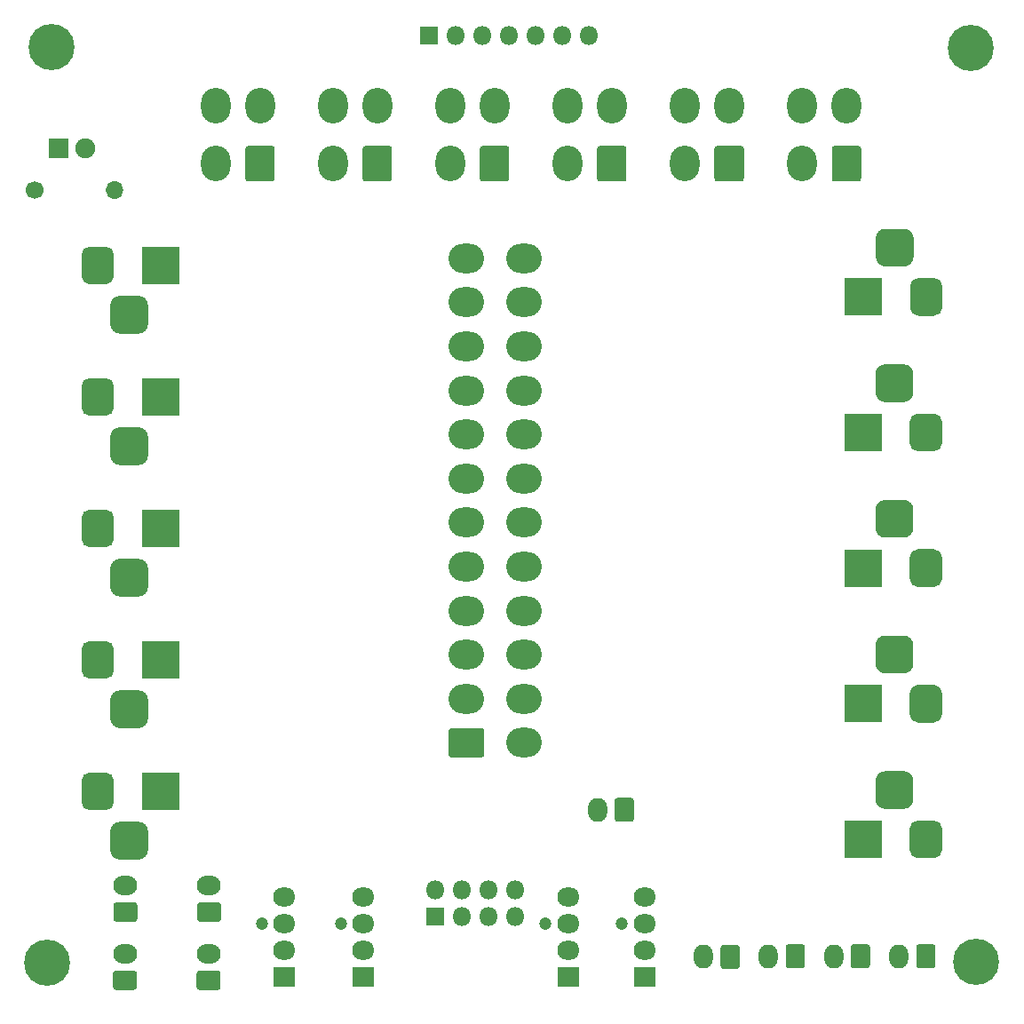
<source format=gbr>
%TF.GenerationSoftware,KiCad,Pcbnew,(5.1.6)-1*%
%TF.CreationDate,2020-12-20T18:31:50+11:00*%
%TF.ProjectId,Power Distro PCB V1,506f7765-7220-4446-9973-74726f205043,rev?*%
%TF.SameCoordinates,Original*%
%TF.FileFunction,Soldermask,Bot*%
%TF.FilePolarity,Negative*%
%FSLAX46Y46*%
G04 Gerber Fmt 4.6, Leading zero omitted, Abs format (unit mm)*
G04 Created by KiCad (PCBNEW (5.1.6)-1) date 2020-12-20 18:31:50*
%MOMM*%
%LPD*%
G01*
G04 APERTURE LIST*
%ADD10C,4.400000*%
%ADD11O,2.800000X3.400000*%
%ADD12O,1.700000X1.700000*%
%ADD13C,1.700000*%
%ADD14C,1.900000*%
%ADD15R,1.900000X1.900000*%
%ADD16R,3.600000X3.600000*%
%ADD17O,1.800000X1.800000*%
%ADD18R,1.800000X1.800000*%
%ADD19O,1.840000X2.290000*%
%ADD20O,2.290000X1.840000*%
%ADD21C,1.200000*%
%ADD22O,2.130000X1.830000*%
%ADD23R,2.130000X1.830000*%
%ADD24O,3.400000X2.800000*%
G04 APERTURE END LIST*
D10*
%TO.C,5*%
X91795600Y-90492800D03*
%TD*%
%TO.C,4*%
X3233200Y-90576400D03*
%TD*%
%TO.C,3*%
X91218800Y-3403600D03*
%TD*%
%TO.C,2*%
X3606800Y-3302000D03*
%TD*%
%TO.C,J6*%
G36*
G01*
X80800000Y-12959260D02*
X80800000Y-15840740D01*
G75*
G02*
X80540740Y-16100000I-259260J0D01*
G01*
X78259260Y-16100000D01*
G75*
G02*
X78000000Y-15840740I0J259260D01*
G01*
X78000000Y-12959260D01*
G75*
G02*
X78259260Y-12700000I259260J0D01*
G01*
X80540740Y-12700000D01*
G75*
G02*
X80800000Y-12959260I0J-259260D01*
G01*
G37*
D11*
X75200000Y-14400000D03*
X79400000Y-8900000D03*
X75200000Y-8900000D03*
%TD*%
%TO.C,J5*%
G36*
G01*
X69620000Y-12959260D02*
X69620000Y-15840740D01*
G75*
G02*
X69360740Y-16100000I-259260J0D01*
G01*
X67079260Y-16100000D01*
G75*
G02*
X66820000Y-15840740I0J259260D01*
G01*
X66820000Y-12959260D01*
G75*
G02*
X67079260Y-12700000I259260J0D01*
G01*
X69360740Y-12700000D01*
G75*
G02*
X69620000Y-12959260I0J-259260D01*
G01*
G37*
X64020000Y-14400000D03*
X68220000Y-8900000D03*
X64020000Y-8900000D03*
%TD*%
%TO.C,J4*%
G36*
G01*
X58440000Y-12959260D02*
X58440000Y-15840740D01*
G75*
G02*
X58180740Y-16100000I-259260J0D01*
G01*
X55899260Y-16100000D01*
G75*
G02*
X55640000Y-15840740I0J259260D01*
G01*
X55640000Y-12959260D01*
G75*
G02*
X55899260Y-12700000I259260J0D01*
G01*
X58180740Y-12700000D01*
G75*
G02*
X58440000Y-12959260I0J-259260D01*
G01*
G37*
X52840000Y-14400000D03*
X57040000Y-8900000D03*
X52840000Y-8900000D03*
%TD*%
%TO.C,J3*%
G36*
G01*
X47260000Y-12959260D02*
X47260000Y-15840740D01*
G75*
G02*
X47000740Y-16100000I-259260J0D01*
G01*
X44719260Y-16100000D01*
G75*
G02*
X44460000Y-15840740I0J259260D01*
G01*
X44460000Y-12959260D01*
G75*
G02*
X44719260Y-12700000I259260J0D01*
G01*
X47000740Y-12700000D01*
G75*
G02*
X47260000Y-12959260I0J-259260D01*
G01*
G37*
X41660000Y-14400000D03*
X45860000Y-8900000D03*
X41660000Y-8900000D03*
%TD*%
%TO.C,J2*%
G36*
G01*
X36080000Y-12959260D02*
X36080000Y-15840740D01*
G75*
G02*
X35820740Y-16100000I-259260J0D01*
G01*
X33539260Y-16100000D01*
G75*
G02*
X33280000Y-15840740I0J259260D01*
G01*
X33280000Y-12959260D01*
G75*
G02*
X33539260Y-12700000I259260J0D01*
G01*
X35820740Y-12700000D01*
G75*
G02*
X36080000Y-12959260I0J-259260D01*
G01*
G37*
X30480000Y-14400000D03*
X34680000Y-8900000D03*
X30480000Y-8900000D03*
%TD*%
%TO.C,J1*%
G36*
G01*
X24900000Y-12959260D02*
X24900000Y-15840740D01*
G75*
G02*
X24640740Y-16100000I-259260J0D01*
G01*
X22359260Y-16100000D01*
G75*
G02*
X22100000Y-15840740I0J259260D01*
G01*
X22100000Y-12959260D01*
G75*
G02*
X22359260Y-12700000I259260J0D01*
G01*
X24640740Y-12700000D01*
G75*
G02*
X24900000Y-12959260I0J-259260D01*
G01*
G37*
X19300000Y-14400000D03*
X23500000Y-8900000D03*
X19300000Y-8900000D03*
%TD*%
D12*
%TO.C,R1*%
X9600000Y-16900000D03*
D13*
X1980000Y-16900000D03*
%TD*%
D14*
%TO.C,PSU OK*%
X6800000Y-12900000D03*
D15*
X4260000Y-12900000D03*
%TD*%
%TO.C,J21*%
G36*
G01*
X9223600Y-29700000D02*
X9223600Y-27900000D01*
G75*
G02*
X10123600Y-27000000I900000J0D01*
G01*
X11923600Y-27000000D01*
G75*
G02*
X12823600Y-27900000I0J-900000D01*
G01*
X12823600Y-29700000D01*
G75*
G02*
X11923600Y-30600000I-900000J0D01*
G01*
X10123600Y-30600000D01*
G75*
G02*
X9223600Y-29700000I0J900000D01*
G01*
G37*
G36*
G01*
X6473600Y-25125000D02*
X6473600Y-23075000D01*
G75*
G02*
X7248600Y-22300000I775000J0D01*
G01*
X8798600Y-22300000D01*
G75*
G02*
X9573600Y-23075000I0J-775000D01*
G01*
X9573600Y-25125000D01*
G75*
G02*
X8798600Y-25900000I-775000J0D01*
G01*
X7248600Y-25900000D01*
G75*
G02*
X6473600Y-25125000I0J775000D01*
G01*
G37*
D16*
X14023600Y-24100000D03*
%TD*%
%TO.C,J23*%
G36*
G01*
X9223600Y-54771600D02*
X9223600Y-52971600D01*
G75*
G02*
X10123600Y-52071600I900000J0D01*
G01*
X11923600Y-52071600D01*
G75*
G02*
X12823600Y-52971600I0J-900000D01*
G01*
X12823600Y-54771600D01*
G75*
G02*
X11923600Y-55671600I-900000J0D01*
G01*
X10123600Y-55671600D01*
G75*
G02*
X9223600Y-54771600I0J900000D01*
G01*
G37*
G36*
G01*
X6473600Y-50196600D02*
X6473600Y-48146600D01*
G75*
G02*
X7248600Y-47371600I775000J0D01*
G01*
X8798600Y-47371600D01*
G75*
G02*
X9573600Y-48146600I0J-775000D01*
G01*
X9573600Y-50196600D01*
G75*
G02*
X8798600Y-50971600I-775000J0D01*
G01*
X7248600Y-50971600D01*
G75*
G02*
X6473600Y-50196600I0J775000D01*
G01*
G37*
X14023600Y-49171600D03*
%TD*%
%TO.C,J25*%
G36*
G01*
X9223600Y-79843200D02*
X9223600Y-78043200D01*
G75*
G02*
X10123600Y-77143200I900000J0D01*
G01*
X11923600Y-77143200D01*
G75*
G02*
X12823600Y-78043200I0J-900000D01*
G01*
X12823600Y-79843200D01*
G75*
G02*
X11923600Y-80743200I-900000J0D01*
G01*
X10123600Y-80743200D01*
G75*
G02*
X9223600Y-79843200I0J900000D01*
G01*
G37*
G36*
G01*
X6473600Y-75268200D02*
X6473600Y-73218200D01*
G75*
G02*
X7248600Y-72443200I775000J0D01*
G01*
X8798600Y-72443200D01*
G75*
G02*
X9573600Y-73218200I0J-775000D01*
G01*
X9573600Y-75268200D01*
G75*
G02*
X8798600Y-76043200I-775000J0D01*
G01*
X7248600Y-76043200D01*
G75*
G02*
X6473600Y-75268200I0J775000D01*
G01*
G37*
X14023600Y-74243200D03*
%TD*%
%TO.C,J24*%
G36*
G01*
X9223600Y-67307400D02*
X9223600Y-65507400D01*
G75*
G02*
X10123600Y-64607400I900000J0D01*
G01*
X11923600Y-64607400D01*
G75*
G02*
X12823600Y-65507400I0J-900000D01*
G01*
X12823600Y-67307400D01*
G75*
G02*
X11923600Y-68207400I-900000J0D01*
G01*
X10123600Y-68207400D01*
G75*
G02*
X9223600Y-67307400I0J900000D01*
G01*
G37*
G36*
G01*
X6473600Y-62732400D02*
X6473600Y-60682400D01*
G75*
G02*
X7248600Y-59907400I775000J0D01*
G01*
X8798600Y-59907400D01*
G75*
G02*
X9573600Y-60682400I0J-775000D01*
G01*
X9573600Y-62732400D01*
G75*
G02*
X8798600Y-63507400I-775000J0D01*
G01*
X7248600Y-63507400D01*
G75*
G02*
X6473600Y-62732400I0J775000D01*
G01*
G37*
X14023600Y-61707400D03*
%TD*%
%TO.C,J22*%
G36*
G01*
X9223600Y-42235800D02*
X9223600Y-40435800D01*
G75*
G02*
X10123600Y-39535800I900000J0D01*
G01*
X11923600Y-39535800D01*
G75*
G02*
X12823600Y-40435800I0J-900000D01*
G01*
X12823600Y-42235800D01*
G75*
G02*
X11923600Y-43135800I-900000J0D01*
G01*
X10123600Y-43135800D01*
G75*
G02*
X9223600Y-42235800I0J900000D01*
G01*
G37*
G36*
G01*
X6473600Y-37660800D02*
X6473600Y-35610800D01*
G75*
G02*
X7248600Y-34835800I775000J0D01*
G01*
X8798600Y-34835800D01*
G75*
G02*
X9573600Y-35610800I0J-775000D01*
G01*
X9573600Y-37660800D01*
G75*
G02*
X8798600Y-38435800I-775000J0D01*
G01*
X7248600Y-38435800D01*
G75*
G02*
X6473600Y-37660800I0J775000D01*
G01*
G37*
X14023600Y-36635800D03*
%TD*%
%TO.C,J20*%
G36*
G01*
X85775200Y-73215200D02*
X85775200Y-75015200D01*
G75*
G02*
X84875200Y-75915200I-900000J0D01*
G01*
X83075200Y-75915200D01*
G75*
G02*
X82175200Y-75015200I0J900000D01*
G01*
X82175200Y-73215200D01*
G75*
G02*
X83075200Y-72315200I900000J0D01*
G01*
X84875200Y-72315200D01*
G75*
G02*
X85775200Y-73215200I0J-900000D01*
G01*
G37*
G36*
G01*
X88525200Y-77790200D02*
X88525200Y-79840200D01*
G75*
G02*
X87750200Y-80615200I-775000J0D01*
G01*
X86200200Y-80615200D01*
G75*
G02*
X85425200Y-79840200I0J775000D01*
G01*
X85425200Y-77790200D01*
G75*
G02*
X86200200Y-77015200I775000J0D01*
G01*
X87750200Y-77015200D01*
G75*
G02*
X88525200Y-77790200I0J-775000D01*
G01*
G37*
X80975200Y-78815200D03*
%TD*%
%TO.C,J19*%
G36*
G01*
X85775200Y-60286400D02*
X85775200Y-62086400D01*
G75*
G02*
X84875200Y-62986400I-900000J0D01*
G01*
X83075200Y-62986400D01*
G75*
G02*
X82175200Y-62086400I0J900000D01*
G01*
X82175200Y-60286400D01*
G75*
G02*
X83075200Y-59386400I900000J0D01*
G01*
X84875200Y-59386400D01*
G75*
G02*
X85775200Y-60286400I0J-900000D01*
G01*
G37*
G36*
G01*
X88525200Y-64861400D02*
X88525200Y-66911400D01*
G75*
G02*
X87750200Y-67686400I-775000J0D01*
G01*
X86200200Y-67686400D01*
G75*
G02*
X85425200Y-66911400I0J775000D01*
G01*
X85425200Y-64861400D01*
G75*
G02*
X86200200Y-64086400I775000J0D01*
G01*
X87750200Y-64086400D01*
G75*
G02*
X88525200Y-64861400I0J-775000D01*
G01*
G37*
X80975200Y-65886400D03*
%TD*%
%TO.C,J18*%
G36*
G01*
X85775200Y-47357600D02*
X85775200Y-49157600D01*
G75*
G02*
X84875200Y-50057600I-900000J0D01*
G01*
X83075200Y-50057600D01*
G75*
G02*
X82175200Y-49157600I0J900000D01*
G01*
X82175200Y-47357600D01*
G75*
G02*
X83075200Y-46457600I900000J0D01*
G01*
X84875200Y-46457600D01*
G75*
G02*
X85775200Y-47357600I0J-900000D01*
G01*
G37*
G36*
G01*
X88525200Y-51932600D02*
X88525200Y-53982600D01*
G75*
G02*
X87750200Y-54757600I-775000J0D01*
G01*
X86200200Y-54757600D01*
G75*
G02*
X85425200Y-53982600I0J775000D01*
G01*
X85425200Y-51932600D01*
G75*
G02*
X86200200Y-51157600I775000J0D01*
G01*
X87750200Y-51157600D01*
G75*
G02*
X88525200Y-51932600I0J-775000D01*
G01*
G37*
X80975200Y-52957600D03*
%TD*%
%TO.C,J17*%
G36*
G01*
X85775200Y-34428800D02*
X85775200Y-36228800D01*
G75*
G02*
X84875200Y-37128800I-900000J0D01*
G01*
X83075200Y-37128800D01*
G75*
G02*
X82175200Y-36228800I0J900000D01*
G01*
X82175200Y-34428800D01*
G75*
G02*
X83075200Y-33528800I900000J0D01*
G01*
X84875200Y-33528800D01*
G75*
G02*
X85775200Y-34428800I0J-900000D01*
G01*
G37*
G36*
G01*
X88525200Y-39003800D02*
X88525200Y-41053800D01*
G75*
G02*
X87750200Y-41828800I-775000J0D01*
G01*
X86200200Y-41828800D01*
G75*
G02*
X85425200Y-41053800I0J775000D01*
G01*
X85425200Y-39003800D01*
G75*
G02*
X86200200Y-38228800I775000J0D01*
G01*
X87750200Y-38228800D01*
G75*
G02*
X88525200Y-39003800I0J-775000D01*
G01*
G37*
X80975200Y-40028800D03*
%TD*%
%TO.C,J16*%
G36*
G01*
X85800000Y-21500000D02*
X85800000Y-23300000D01*
G75*
G02*
X84900000Y-24200000I-900000J0D01*
G01*
X83100000Y-24200000D01*
G75*
G02*
X82200000Y-23300000I0J900000D01*
G01*
X82200000Y-21500000D01*
G75*
G02*
X83100000Y-20600000I900000J0D01*
G01*
X84900000Y-20600000D01*
G75*
G02*
X85800000Y-21500000I0J-900000D01*
G01*
G37*
G36*
G01*
X88550000Y-26075000D02*
X88550000Y-28125000D01*
G75*
G02*
X87775000Y-28900000I-775000J0D01*
G01*
X86225000Y-28900000D01*
G75*
G02*
X85450000Y-28125000I0J775000D01*
G01*
X85450000Y-26075000D01*
G75*
G02*
X86225000Y-25300000I775000J0D01*
G01*
X87775000Y-25300000D01*
G75*
G02*
X88550000Y-26075000I0J-775000D01*
G01*
G37*
X81000000Y-27100000D03*
%TD*%
D17*
%TO.C,J7*%
X54880000Y-2200000D03*
X52340000Y-2200000D03*
X49800000Y-2200000D03*
X47260000Y-2200000D03*
X44720000Y-2200000D03*
X42180000Y-2200000D03*
D18*
X39640000Y-2200000D03*
%TD*%
D19*
%TO.C,J32*%
X55676800Y-75996800D03*
G36*
G01*
X59136800Y-75116167D02*
X59136800Y-76877433D01*
G75*
G02*
X58872433Y-77141800I-264367J0D01*
G01*
X57561167Y-77141800D01*
G75*
G02*
X57296800Y-76877433I0J264367D01*
G01*
X57296800Y-75116167D01*
G75*
G02*
X57561167Y-74851800I264367J0D01*
G01*
X58872433Y-74851800D01*
G75*
G02*
X59136800Y-75116167I0J-264367D01*
G01*
G37*
%TD*%
D20*
%TO.C,J31*%
X10617200Y-89712800D03*
G36*
G01*
X11497833Y-93172800D02*
X9736567Y-93172800D01*
G75*
G02*
X9472200Y-92908433I0J264367D01*
G01*
X9472200Y-91597167D01*
G75*
G02*
X9736567Y-91332800I264367J0D01*
G01*
X11497833Y-91332800D01*
G75*
G02*
X11762200Y-91597167I0J-264367D01*
G01*
X11762200Y-92908433D01*
G75*
G02*
X11497833Y-93172800I-264367J0D01*
G01*
G37*
%TD*%
%TO.C,J30*%
X10668000Y-83210400D03*
G36*
G01*
X11548633Y-86670400D02*
X9787367Y-86670400D01*
G75*
G02*
X9523000Y-86406033I0J264367D01*
G01*
X9523000Y-85094767D01*
G75*
G02*
X9787367Y-84830400I264367J0D01*
G01*
X11548633Y-84830400D01*
G75*
G02*
X11813000Y-85094767I0J-264367D01*
G01*
X11813000Y-86406033D01*
G75*
G02*
X11548633Y-86670400I-264367J0D01*
G01*
G37*
%TD*%
%TO.C,J29*%
X18592800Y-89712800D03*
G36*
G01*
X19473433Y-93172800D02*
X17712167Y-93172800D01*
G75*
G02*
X17447800Y-92908433I0J264367D01*
G01*
X17447800Y-91597167D01*
G75*
G02*
X17712167Y-91332800I264367J0D01*
G01*
X19473433Y-91332800D01*
G75*
G02*
X19737800Y-91597167I0J-264367D01*
G01*
X19737800Y-92908433D01*
G75*
G02*
X19473433Y-93172800I-264367J0D01*
G01*
G37*
%TD*%
%TO.C,J28*%
X18643600Y-83210400D03*
G36*
G01*
X19524233Y-86670400D02*
X17762967Y-86670400D01*
G75*
G02*
X17498600Y-86406033I0J264367D01*
G01*
X17498600Y-85094767D01*
G75*
G02*
X17762967Y-84830400I264367J0D01*
G01*
X19524233Y-84830400D01*
G75*
G02*
X19788600Y-85094767I0J-264367D01*
G01*
X19788600Y-86406033D01*
G75*
G02*
X19524233Y-86670400I-264367J0D01*
G01*
G37*
%TD*%
D19*
%TO.C,J15*%
X84429600Y-89966800D03*
G36*
G01*
X87889600Y-89086167D02*
X87889600Y-90847433D01*
G75*
G02*
X87625233Y-91111800I-264367J0D01*
G01*
X86313967Y-91111800D01*
G75*
G02*
X86049600Y-90847433I0J264367D01*
G01*
X86049600Y-89086167D01*
G75*
G02*
X86313967Y-88821800I264367J0D01*
G01*
X87625233Y-88821800D01*
G75*
G02*
X87889600Y-89086167I0J-264367D01*
G01*
G37*
%TD*%
%TO.C,J14*%
X78181200Y-89966800D03*
G36*
G01*
X81641200Y-89086167D02*
X81641200Y-90847433D01*
G75*
G02*
X81376833Y-91111800I-264367J0D01*
G01*
X80065567Y-91111800D01*
G75*
G02*
X79801200Y-90847433I0J264367D01*
G01*
X79801200Y-89086167D01*
G75*
G02*
X80065567Y-88821800I264367J0D01*
G01*
X81376833Y-88821800D01*
G75*
G02*
X81641200Y-89086167I0J-264367D01*
G01*
G37*
%TD*%
%TO.C,J13*%
X71983600Y-89966800D03*
G36*
G01*
X75443600Y-89086167D02*
X75443600Y-90847433D01*
G75*
G02*
X75179233Y-91111800I-264367J0D01*
G01*
X73867967Y-91111800D01*
G75*
G02*
X73603600Y-90847433I0J264367D01*
G01*
X73603600Y-89086167D01*
G75*
G02*
X73867967Y-88821800I264367J0D01*
G01*
X75179233Y-88821800D01*
G75*
G02*
X75443600Y-89086167I0J-264367D01*
G01*
G37*
%TD*%
%TO.C,J12*%
X65786000Y-90017600D03*
G36*
G01*
X69246000Y-89136967D02*
X69246000Y-90898233D01*
G75*
G02*
X68981633Y-91162600I-264367J0D01*
G01*
X67670367Y-91162600D01*
G75*
G02*
X67406000Y-90898233I0J264367D01*
G01*
X67406000Y-89136967D01*
G75*
G02*
X67670367Y-88872600I264367J0D01*
G01*
X68981633Y-88872600D01*
G75*
G02*
X69246000Y-89136967I0J-264367D01*
G01*
G37*
%TD*%
D17*
%TO.C,J26*%
X47802800Y-83667600D03*
X47802800Y-86207600D03*
X45262800Y-83667600D03*
X45262800Y-86207600D03*
X42722800Y-83667600D03*
X42722800Y-86207600D03*
X40182800Y-83667600D03*
D18*
X40182800Y-86207600D03*
%TD*%
D21*
%TO.C,J10*%
X50722800Y-86868000D03*
D22*
X52882800Y-84328000D03*
X52882800Y-86868000D03*
X52882800Y-89408000D03*
D23*
X52882800Y-91948000D03*
%TD*%
D21*
%TO.C,J11*%
X57987200Y-86868000D03*
D22*
X60147200Y-84328000D03*
X60147200Y-86868000D03*
X60147200Y-89408000D03*
D23*
X60147200Y-91948000D03*
%TD*%
D21*
%TO.C,J9*%
X31198700Y-86868000D03*
D22*
X33358700Y-84328000D03*
X33358700Y-86868000D03*
X33358700Y-89408000D03*
D23*
X33358700Y-91948000D03*
%TD*%
D21*
%TO.C,J8*%
X23646400Y-86868000D03*
D22*
X25806400Y-84328000D03*
X25806400Y-86868000D03*
X25806400Y-89408000D03*
D23*
X25806400Y-91948000D03*
%TD*%
D24*
%TO.C,J27*%
X48680000Y-23418800D03*
X48680000Y-27618800D03*
X48680000Y-31818800D03*
X48680000Y-36018800D03*
X48680000Y-40218800D03*
X48680000Y-44418800D03*
X48680000Y-48618800D03*
X48680000Y-52818800D03*
X48680000Y-57018800D03*
X48680000Y-61218800D03*
X48680000Y-65418800D03*
X48680000Y-69618800D03*
X43180000Y-23418800D03*
X43180000Y-27618800D03*
X43180000Y-31818800D03*
X43180000Y-36018800D03*
X43180000Y-40218800D03*
X43180000Y-44418800D03*
X43180000Y-48618800D03*
X43180000Y-52818800D03*
X43180000Y-57018800D03*
X43180000Y-61218800D03*
X43180000Y-65418800D03*
G36*
G01*
X44620740Y-71018800D02*
X41739260Y-71018800D01*
G75*
G02*
X41480000Y-70759540I0J259260D01*
G01*
X41480000Y-68478060D01*
G75*
G02*
X41739260Y-68218800I259260J0D01*
G01*
X44620740Y-68218800D01*
G75*
G02*
X44880000Y-68478060I0J-259260D01*
G01*
X44880000Y-70759540D01*
G75*
G02*
X44620740Y-71018800I-259260J0D01*
G01*
G37*
%TD*%
M02*

</source>
